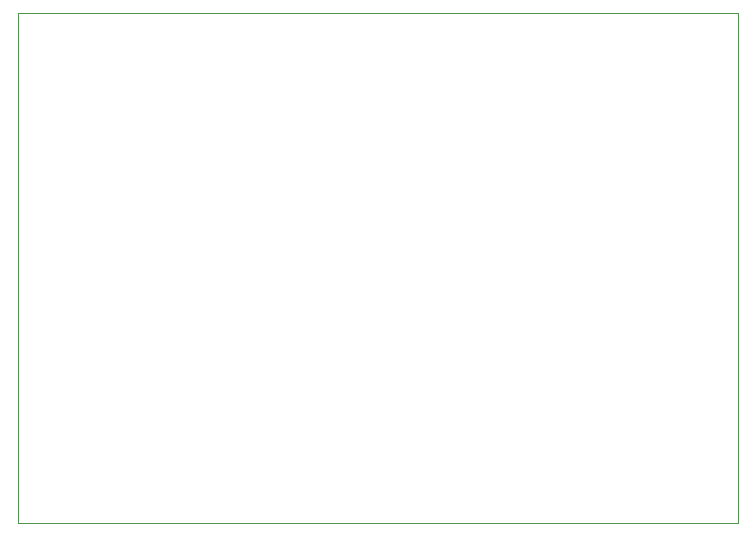
<source format=gbr>
%TF.GenerationSoftware,KiCad,Pcbnew,(5.1.9)-1*%
%TF.CreationDate,2021-03-03T01:24:06+00:00*%
%TF.ProjectId,Four Power Outlet Front Panel,466f7572-2050-46f7-9765-72204f75746c,rev?*%
%TF.SameCoordinates,Original*%
%TF.FileFunction,Profile,NP*%
%FSLAX46Y46*%
G04 Gerber Fmt 4.6, Leading zero omitted, Abs format (unit mm)*
G04 Created by KiCad (PCBNEW (5.1.9)-1) date 2021-03-03 01:24:06*
%MOMM*%
%LPD*%
G01*
G04 APERTURE LIST*
%TA.AperFunction,Profile*%
%ADD10C,0.050000*%
%TD*%
G04 APERTURE END LIST*
D10*
X162560000Y-101600000D02*
X101600000Y-101600000D01*
X162560000Y-58420000D02*
X162560000Y-101600000D01*
X101600000Y-58420000D02*
X162560000Y-58420000D01*
X101600000Y-101600000D02*
X101600000Y-58420000D01*
M02*

</source>
